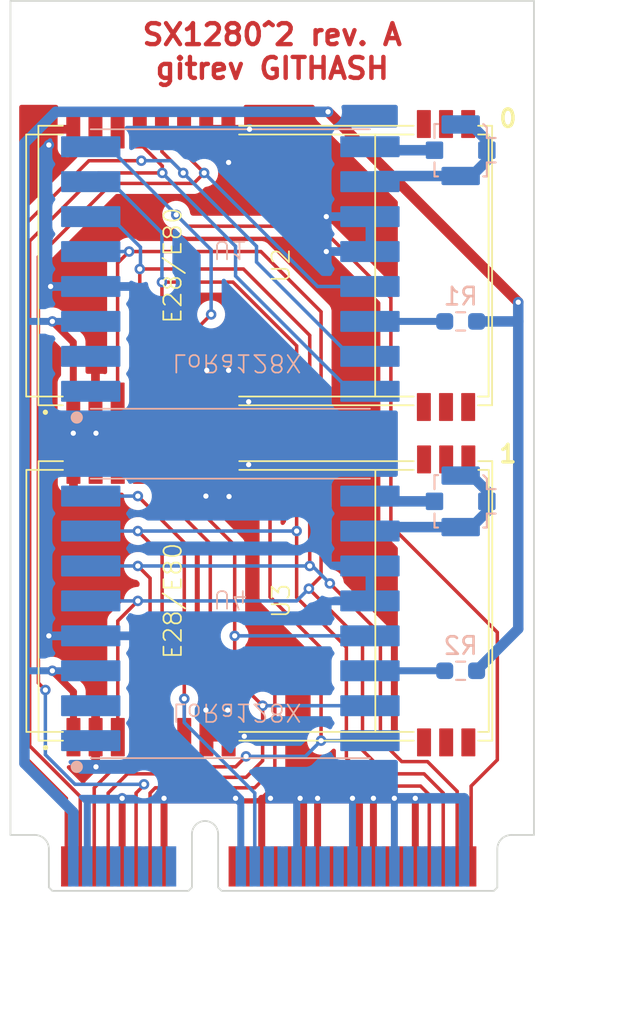
<source format=kicad_pcb>
(kicad_pcb (version 20241229) (generator "pcbnew") (generator_version "9.0")
  (layers (0 "F.Cu" signal) (2 "B.Cu" signal) (13 "F.Paste" user) (15 "B.Paste" user) (5 "F.SilkS" user "F.Silkscreen") (7 "B.SilkS" user "B.Silkscreen") (1 "F.Mask" user) (3 "B.Mask" user) (25 "Edge.Cuts" user))
  (property "GITHASH" "GITHASH")
  (net 0 "")
  (net 1 "MISO")
  (net 2 "RST0")
  (net 3 "NSS0")
  (net 4 "GPIO0")
  (net 5 "+3V3")
  (net 6 "IRQ1")
  (net 7 "GND")
  (net 9 "SCK")
  (net 10 "MOSI")
  (net 12 "RST1")
  (net 13 "IRQ0")
  (net 16 "GPIO1")
  (net 17 "NSS1")
  (net 22 "Net-(J2-Ext)")
  (net 23 "Net-(J2-In)")
  (net 24 "Net-(J3-Ext)")
  (net 25 "Net-(J3-In)")
  (net 27 "Net-(U1-TCXOEN)")
  (net 47 "Net-(U4-TCXOEN)")
  (footprint "RadioHAT:E28_E80" (layer "F.Cu") (at 150.01 107.6 90)
    (property "Reference" "U3" (at 0 0.9 90) (layer "F.SilkS") (effects (font (thickness 0.1))))
    (property "Value" "~")
    (fp_line (start -7.5 -13.7) (end 7.5 -13.7) (stroke (width 0.1)) (layer "F.SilkS"))
    (fp_line (start -8 -13) (end 8 -13) (stroke (width 0.1)) (layer "F.SilkS"))
    (fp_line (start 8 -11.6) (end 8 -13) (stroke (width 0.1)) (layer "F.SilkS"))
    (fp_line (start 7.5 -11.6) (end 7.5 -13.7) (stroke (width 0.1)) (layer "F.SilkS"))
    (fp_line (start -7.5 -11.6) (end -7.5 -13.7) (stroke (width 0.1)) (layer "F.SilkS"))
    (fp_line (start -8 -11.6) (end -8 -13) (stroke (width 0.1)) (layer "F.SilkS"))
    (fp_line (start 8 -1.5) (end 8 8.5) (stroke (width 0.1)) (layer "F.SilkS"))
    (fp_line (start 7.5 -1.5) (end 7.5 8.5) (stroke (width 0.1)) (layer "F.SilkS"))
    (fp_line (start -7.5 -1.5) (end -7.5 8.5) (stroke (width 0.1)) (layer "F.SilkS"))
    (fp_line (start -8 -1.5) (end -8 8.5) (stroke (width 0.1)) (layer "F.SilkS"))
    (fp_line (start -7.5 6.3) (end 7.5 6.3) (stroke (width 0.1)) (layer "F.SilkS"))
    (fp_line (start 8 12.2) (end 8 13) (stroke (width 0.1)) (layer "F.SilkS"))
    (fp_line (start 7.5 12.2) (end 7.5 12.8) (stroke (width 0.1)) (layer "F.SilkS"))
    (fp_line (start -7.5 12.2) (end -7.5 12.8) (stroke (width 0.1)) (layer "F.SilkS"))
    (fp_line (start -8 12.2) (end -8 13) (stroke (width 0.1)) (layer "F.SilkS"))
    (fp_line (start -7.5 12.8) (end 7.5 12.8) (stroke (width 0.1)) (layer "F.SilkS"))
    (fp_line (start -8 13) (end 8 13) (stroke (width 0.1)) (layer "F.SilkS"))
    (fp_circle (center -8.4 -12.6) (end -8.3 -12.6) (stroke (width 0.1)) (fill yes) (layer "F.SilkS"))
    (fp_text user "E28/E80" (at 0 -5.3 90) (layer "F.SilkS") (effects (font (thickness 0.1))))
    (pad "1" smd roundrect (at -7.8 -11 90) (size 2.2 0.8) (layers "F.Cu" "F.Mask" "F.Paste") (roundrect_rratio 0.05) (net 5 "+3V3"))
    (pad "2" smd roundrect (at -7.8 -9.73 90) (size 2.2 0.8) (layers "F.Cu" "F.Mask" "F.Paste") (roundrect_rratio 0.05) (net 7 "GND"))
    (pad "3" smd roundrect (at -7.8 -8.46 90) (size 2.2 0.8) (layers "F.Cu" "F.Mask" "F.Paste") (roundrect_rratio 0.05) (net 1 "MISO"))
    (pad "4" smd roundrect (at -7.8 -7.19 90) (size 2.2 0.8) (layers "F.Cu" "F.Mask" "F.Paste") (roundrect_rratio 0.05) (net 10 "MOSI"))
    (pad "5" smd roundrect (at -7.8 -5.92 90) (size 2.2 0.8) (layers "F.Cu" "F.Mask" "F.Paste") (roundrect_rratio 0.05) (net 9 "SCK"))
    (pad "6" smd roundrect (at -7.8 -4.65 90) (size 2.2 0.8) (layers "F.Cu" "F.Mask" "F.Paste") (roundrect_rratio 0.05) (net 17 "NSS1"))
    (pad "7" smd roundrect (at -7.8 -3.38 90) (size 2.2 0.8) (layers "F.Cu" "F.Mask" "F.Paste") (roundrect_rratio 0.05) (net 7 "GND"))
    (pad "8" smd roundrect (at -7.8 -2.11 90) (size 2.2 0.8) (layers "F.Cu" "F.Mask" "F.Paste") (roundrect_rratio 0.05) (net 7 "GND"))
    (pad "11" smd roundrect (at -8.1 9.09 90) (size 1.6 0.8) (layers "F.Cu" "F.Mask" "F.Paste") (roundrect_rratio 0.05))
    (pad "12" smd roundrect (at -8.1 10.36 90) (size 1.6 0.8) (layers "F.Cu" "F.Mask" "F.Paste") (roundrect_rratio 0.05))
    (pad "13" smd roundrect (at -8.1 11.63 90) (size 1.6 0.8) (layers "F.Cu" "F.Mask" "F.Paste") (roundrect_rratio 0.05))
    (pad "14" smd roundrect (at 8.1 11.63 90) (size 1.6 0.8) (layers "F.Cu" "F.Mask" "F.Paste") (roundrect_rratio 0.05))
    (pad "15" smd roundrect (at 8.1 10.36 90) (size 1.6 0.8) (layers "F.Cu" "F.Mask" "F.Paste") (roundrect_rratio 0.05))
    (pad "16" smd roundrect (at 8.1 9.09 90) (size 1.6 0.8) (layers "F.Cu" "F.Mask" "F.Paste") (roundrect_rratio 0.05))
    (pad "19" smd roundrect (at 7.8 -2.11 90) (size 2.2 0.8) (layers "F.Cu" "F.Mask" "F.Paste") (roundrect_rratio 0.05) (net 7 "GND"))
    (pad "20" smd roundrect (at 7.8 -3.38 90) (size 2.2 0.8) (layers "F.Cu" "F.Mask" "F.Paste") (roundrect_rratio 0.05) (net 7 "GND"))
    (pad "21" smd roundrect (at 7.8 -4.65 90) (size 2.2 0.8) (layers "F.Cu" "F.Mask" "F.Paste") (roundrect_rratio 0.05) (net 12 "RST1"))
    (pad "22" smd roundrect (at 7.8 -5.92 90) (size 2.2 0.8) (layers "F.Cu" "F.Mask" "F.Paste") (roundrect_rratio 0.05) (net 16 "GPIO1"))
    (pad "23" smd roundrect (at 7.8 -7.19 90) (size 2.2 0.8) (layers "F.Cu" "F.Mask" "F.Paste") (roundrect_rratio 0.05) (net 6 "IRQ1"))
    (pad "24" smd roundrect (at 7.8 -8.46 90) (size 2.2 0.8) (layers "F.Cu" "F.Mask" "F.Paste") (roundrect_rratio 0.05))
    (pad "25" smd roundrect (at 7.8 -9.73 90) (size 2.2 0.8) (layers "F.Cu" "F.Mask" "F.Paste") (roundrect_rratio 0.05))
    (pad "26" smd roundrect (at 7.8 -11 90) (size 2.2 0.8) (layers "F.Cu" "F.Mask" "F.Paste") (roundrect_rratio 0.05) (net 7 "GND"))
  )
  (footprint "RadioHAT:E28_E80" (layer "F.Cu") (at 150 88.4 90)
    (property "Reference" "U2" (at 0 0.9 90) (layer "F.SilkS") (effects (font (thickness 0.1))))
    (property "Value" "~")
    (fp_line (start -7.5 -13.7) (end 7.5 -13.7) (stroke (width 0.1)) (layer "F.SilkS"))
    (fp_line (start -8 -13) (end 8 -13) (stroke (width 0.1)) (layer "F.SilkS"))
    (fp_line (start 8 -11.6) (end 8 -13) (stroke (width 0.1)) (layer "F.SilkS"))
    (fp_line (start 7.5 -11.6) (end 7.5 -13.7) (stroke (width 0.1)) (layer "F.SilkS"))
    (fp_line (start -7.5 -11.6) (end -7.5 -13.7) (stroke (width 0.1)) (layer "F.SilkS"))
    (fp_line (start -8 -11.6) (end -8 -13) (stroke (width 0.1)) (layer "F.SilkS"))
    (fp_line (start 8 -1.5) (end 8 8.5) (stroke (width 0.1)) (layer "F.SilkS"))
    (fp_line (start 7.5 -1.5) (end 7.5 8.5) (stroke (width 0.1)) (layer "F.SilkS"))
    (fp_line (start -7.5 -1.5) (end -7.5 8.5) (stroke (width 0.1)) (layer "F.SilkS"))
    (fp_line (start -8 -1.5) (end -8 8.5) (stroke (width 0.1)) (layer "F.SilkS"))
    (fp_line (start -7.5 6.3) (end 7.5 6.3) (stroke (width 0.1)) (layer "F.SilkS"))
    (fp_line (start 8 12.2) (end 8 13) (stroke (width 0.1)) (layer "F.SilkS"))
    (fp_line (start 7.5 12.2) (end 7.5 12.8) (stroke (width 0.1)) (layer "F.SilkS"))
    (fp_line (start -7.5 12.2) (end -7.5 12.8) (stroke (width 0.1)) (layer "F.SilkS"))
    (fp_line (start -8 12.2) (end -8 13) (stroke (width 0.1)) (layer "F.SilkS"))
    (fp_line (start -7.5 12.8) (end 7.5 12.8) (stroke (width 0.1)) (layer "F.SilkS"))
    (fp_line (start -8 13) (end 8 13) (stroke (width 0.1)) (layer "F.SilkS"))
    (fp_circle (center -8.4 -12.6) (end -8.3 -12.6) (stroke (width 0.1)) (fill yes) (layer "F.SilkS"))
    (fp_text user "E28/E80" (at 0 -5.3 90) (layer "F.SilkS") (effects (font (thickness 0.1))))
    (pad "1" smd roundrect (at -7.8 -11 90) (size 2.2 0.8) (layers "F.Cu" "F.Mask" "F.Paste") (roundrect_rratio 0.05) (net 5 "+3V3"))
    (pad "2" smd roundrect (at -7.8 -9.73 90) (size 2.2 0.8) (layers "F.Cu" "F.Mask" "F.Paste") (roundrect_rratio 0.05) (net 7 "GND"))
    (pad "3" smd roundrect (at -7.8 -8.46 90) (size 2.2 0.8) (layers "F.Cu" "F.Mask" "F.Paste") (roundrect_rratio 0.05) (net 1 "MISO"))
    (pad "4" smd roundrect (at -7.8 -7.19 90) (size 2.2 0.8) (layers "F.Cu" "F.Mask" "F.Paste") (roundrect_rratio 0.05) (net 10 "MOSI"))
    (pad "5" smd roundrect (at -7.8 -5.92 90) (size 2.2 0.8) (layers "F.Cu" "F.Mask" "F.Paste") (roundrect_rratio 0.05) (net 9 "SCK"))
    (pad "6" smd roundrect (at -7.8 -4.65 90) (size 2.2 0.8) (layers "F.Cu" "F.Mask" "F.Paste") (roundrect_rratio 0.05) (net 3 "NSS0"))
    (pad "7" smd roundrect (at -7.8 -3.38 90) (size 2.2 0.8) (layers "F.Cu" "F.Mask" "F.Paste") (roundrect_rratio 0.05) (net 7 "GND"))
    (pad "8" smd roundrect (at -7.8 -2.11 90) (size 2.2 0.8) (layers "F.Cu" "F.Mask" "F.Paste") (roundrect_rratio 0.05) (net 7 "GND"))
    (pad "11" smd roundrect (at -8.1 9.09 90) (size 1.6 0.8) (layers "F.Cu" "F.Mask" "F.Paste") (roundrect_rratio 0.05))
    (pad "12" smd roundrect (at -8.1 10.36 90) (size 1.6 0.8) (layers "F.Cu" "F.Mask" "F.Paste") (roundrect_rratio 0.05))
    (pad "13" smd roundrect (at -8.1 11.63 90) (size 1.6 0.8) (layers "F.Cu" "F.Mask" "F.Paste") (roundrect_rratio 0.05))
    (pad "14" smd roundrect (at 8.1 11.63 90) (size 1.6 0.8) (layers "F.Cu" "F.Mask" "F.Paste") (roundrect_rratio 0.05))
    (pad "15" smd roundrect (at 8.1 10.36 90) (size 1.6 0.8) (layers "F.Cu" "F.Mask" "F.Paste") (roundrect_rratio 0.05))
    (pad "16" smd roundrect (at 8.1 9.09 90) (size 1.6 0.8) (layers "F.Cu" "F.Mask" "F.Paste") (roundrect_rratio 0.05))
    (pad "19" smd roundrect (at 7.8 -2.11 90) (size 2.2 0.8) (layers "F.Cu" "F.Mask" "F.Paste") (roundrect_rratio 0.05) (net 7 "GND"))
    (pad "20" smd roundrect (at 7.8 -3.38 90) (size 2.2 0.8) (layers "F.Cu" "F.Mask" "F.Paste") (roundrect_rratio 0.05) (net 7 "GND"))
    (pad "21" smd roundrect (at 7.8 -4.65 90) (size 2.2 0.8) (layers "F.Cu" "F.Mask" "F.Paste") (roundrect_rratio 0.05) (net 2 "RST0"))
    (pad "22" smd roundrect (at 7.8 -5.92 90) (size 2.2 0.8) (layers "F.Cu" "F.Mask" "F.Paste") (roundrect_rratio 0.05) (net 4 "GPIO0"))
    (pad "23" smd roundrect (at 7.8 -7.19 90) (size 2.2 0.8) (layers "F.Cu" "F.Mask" "F.Paste") (roundrect_rratio 0.05) (net 13 "IRQ0"))
    (pad "24" smd roundrect (at 7.8 -8.46 90) (size 2.2 0.8) (layers "F.Cu" "F.Mask" "F.Paste") (roundrect_rratio 0.05))
    (pad "25" smd roundrect (at 7.8 -9.73 90) (size 2.2 0.8) (layers "F.Cu" "F.Mask" "F.Paste") (roundrect_rratio 0.05))
    (pad "26" smd roundrect (at 7.8 -11 90) (size 2.2 0.8) (layers "F.Cu" "F.Mask" "F.Paste") (roundrect_rratio 0.05) (net 7 "GND"))
  )
  (footprint "RadioHAT:Mini_PCIe_Full" (layer "F.Cu") (at 137.6 124.2)
    (property "Reference" "J1" (hide yes))
    (property "Value" "~" (hide yes))
    (fp_line (start -2.2 -50.95) (end -2.2 -3.2) (stroke (width 0.1)) (layer "Edge.Cuts"))
    (fp_line (start -2.2 -3.2) (end -0.8 -3.2) (stroke (width 0.1)) (layer "Edge.Cuts"))
    (fp_line (start 0 -2.4) (end 0 -0.2) (stroke (width 0.1)) (layer "Edge.Cuts"))
    (fp_line (start 0 -0.2) (end 0.2 0) (stroke (width 0.1)) (layer "Edge.Cuts"))
    (fp_line (start 0.2 0) (end 8 0) (stroke (width 0.1)) (layer "Edge.Cuts"))
    (fp_line (start 8 0) (end 8.2 -0.2) (stroke (width 0.1)) (layer "Edge.Cuts"))
    (fp_line (start 8.2 -0.2) (end 8.2 -3.25) (stroke (width 0.1)) (layer "Edge.Cuts"))
    (fp_line (start 9.7 -0.2) (end 9.7 -3.25) (stroke (width 0.1)) (layer "Edge.Cuts"))
    (fp_line (start 9.7 -0.2) (end 9.9 0) (stroke (width 0.1)) (layer "Edge.Cuts"))
    (fp_line (start 9.9 0) (end 25.5 0) (stroke (width 0.1)) (layer "Edge.Cuts"))
    (fp_line (start 25.5 0) (end 25.7 -0.2) (stroke (width 0.1)) (layer "Edge.Cuts"))
    (fp_line (start 25.7 -0.2) (end 25.7 -2.4) (stroke (width 0.1)) (layer "Edge.Cuts"))
    (fp_line (start 26.5 -3.2) (end 27.8 -3.2) (stroke (width 0.1)) (layer "Edge.Cuts"))
    (fp_line (start 27.8 -50.95) (end -2.2 -50.95) (stroke (width 0.1)) (layer "Edge.Cuts"))
    (fp_line (start 27.8 -50.95) (end 27.8 -3.2) (stroke (width 0.1)) (layer "Edge.Cuts"))
    (fp_arc (start -0.8 -3.2) (mid -0.234315 -2.965685) (end 0 -2.4) (stroke (width 0.1)) (layer "Edge.Cuts"))
    (fp_arc (start 8.2 -3.25) (mid 8.95 -4) (end 9.7 -3.25) (stroke (width 0.1)) (layer "Edge.Cuts"))
    (fp_arc (start 25.7 -2.4) (mid 25.934315 -2.965685) (end 26.5 -3.2) (stroke (width 0.1)) (layer "Edge.Cuts"))
    (pad "" np_thru_hole circle (at 0.7 -48.05) (size 2.6 2.6) (drill 2.6) (layers "*.Cu" "*.Mask"))
    (pad "" np_thru_hole circle (at 24.9 -48.05) (size 2.6 2.6) (drill 2.6) (layers "*.Cu" "*.Mask"))
    (pad "1" smd rect (at 1 -1.4 90) (size 2.3 0.6) (layers "F.Cu" "F.Mask" "F.Paste") (net 4 "GPIO0"))
    (pad "2" smd rect (at 1.4 -1.4 90) (size 2.3 0.6) (layers "B.Cu" "B.Mask" "B.Paste") (net 5 "+3V3"))
    (pad "3" smd rect (at 1.8 -1.4 90) (size 2.3 0.6) (layers "F.Cu" "F.Mask" "F.Paste") (net 13 "IRQ0"))
    (pad "4" smd rect (at 2.2 -1.4 90) (size 2.3 0.6) (layers "B.Cu" "B.Mask" "B.Paste") (net 7 "GND"))
    (pad "5" smd rect (at 2.6 -1.4 90) (size 2.3 0.6) (layers "F.Cu" "F.Mask" "F.Paste") (net 6 "IRQ1"))
    (pad "6" smd rect (at 3 -1.4 90) (size 2.3 0.6) (layers "B.Cu" "B.Mask" "B.Paste"))
    (pad "7" smd rect (at 3.4 -1.4 90) (size 2.3 0.6) (layers "F.Cu" "F.Mask" "F.Paste") (net 16 "GPIO1"))
    (pad "8" smd rect (at 3.8 -1.4 90) (size 2.3 0.6) (layers "B.Cu" "B.Mask" "B.Paste"))
    (pad "9" smd rect (at 4.2 -1.4 90) (size 2.3 0.6) (layers "F.Cu" "F.Mask" "F.Paste") (net 7 "GND"))
    (pad "10" smd rect (at 4.6 -1.4 90) (size 2.3 0.6) (layers "B.Cu" "B.Mask" "B.Paste"))
    (pad "11" smd rect (at 5 -1.4 90) (size 2.3 0.6) (layers "F.Cu" "F.Mask" "F.Paste") (net 2 "RST0"))
    (pad "12" smd rect (at 5.4 -1.4 90) (size 2.3 0.6) (layers "B.Cu" "B.Mask" "B.Paste"))
    (pad "13" smd rect (at 5.8 -1.4 90) (size 2.3 0.6) (layers "F.Cu" "F.Mask" "F.Paste") (net 12 "RST1"))
    (pad "14" smd rect (at 6.2 -1.4 90) (size 2.3 0.6) (layers "B.Cu" "B.Mask" "B.Paste"))
    (pad "15" smd rect (at 6.6 -1.4 90) (size 2.3 0.6) (layers "F.Cu" "F.Mask" "F.Paste") (net 7 "GND"))
    (pad "16" smd rect (at 7 -1.4 90) (size 2.3 0.6) (layers "B.Cu" "B.Mask" "B.Paste"))
    (pad "17" smd rect (at 10.6 -1.4 90) (size 2.3 0.6) (layers "F.Cu" "F.Mask" "F.Paste"))
    (pad "18" smd rect (at 11 -1.4 90) (size 2.3 0.6) (layers "B.Cu" "B.Mask" "B.Paste") (net 7 "GND"))
    (pad "19" smd rect (at 11.4 -1.4 90) (size 2.3 0.6) (layers "F.Cu" "F.Mask" "F.Paste"))
    (pad "20" smd rect (at 11.8 -1.4 90) (size 2.3 0.6) (layers "B.Cu" "B.Mask" "B.Paste") (net 17 "NSS1"))
    (pad "21" smd rect (at 12.2 -1.4 90) (size 2.3 0.6) (layers "F.Cu" "F.Mask" "F.Paste") (net 7 "GND"))
    (pad "22" smd rect (at 12.6 -1.4 90) (size 2.3 0.6) (layers "B.Cu" "B.Mask" "B.Paste"))
    (pad "23" smd rect (at 13 -1.4 90) (size 2.3 0.6) (layers "F.Cu" "F.Mask" "F.Paste"))
    (pad "24" smd rect (at 13.4 -1.4 90) (size 2.3 0.6) (layers "B.Cu" "B.Mask" "B.Paste"))
    (pad "25" smd rect (at 13.8 -1.4 90) (size 2.3 0.6) (layers "F.Cu" "F.Mask" "F.Paste"))
    (pad "26" smd rect (at 14.2 -1.4 90) (size 2.3 0.6) (layers "B.Cu" "B.Mask" "B.Paste") (net 7 "GND"))
    (pad "27" smd rect (at 14.6 -1.4 90) (size 2.3 0.6) (layers "F.Cu" "F.Mask" "F.Paste") (net 7 "GND"))
    (pad "28" smd rect (at 15 -1.4 90) (size 2.3 0.6) (layers "B.Cu" "B.Mask" "B.Paste"))
    (pad "29" smd rect (at 15.4 -1.4 90) (size 2.3 0.6) (layers "F.Cu" "F.Mask" "F.Paste") (net 7 "GND"))
    (pad "30" smd rect (at 15.8 -1.4 90) (size 2.3 0.6) (layers "B.Cu" "B.Mask" "B.Paste"))
    (pad "31" smd rect (at 16.2 -1.4 90) (size 2.3 0.6) (layers "F.Cu" "F.Mask" "F.Paste"))
    (pad "32" smd rect (at 16.6 -1.4 90) (size 2.3 0.6) (layers "B.Cu" "B.Mask" "B.Paste"))
    (pad "33" smd rect (at 17 -1.4 90) (size 2.3 0.6) (layers "F.Cu" "F.Mask" "F.Paste"))
    (pad "34" smd rect (at 17.4 -1.4 90) (size 2.3 0.6) (layers "B.Cu" "B.Mask" "B.Paste") (net 7 "GND"))
    (pad "35" smd rect (at 17.8 -1.4 90) (size 2.3 0.6) (layers "F.Cu" "F.Mask" "F.Paste") (net 7 "GND"))
    (pad "36" smd rect (at 18.2 -1.4 90) (size 2.3 0.6) (layers "B.Cu" "B.Mask" "B.Paste"))
    (pad "37" smd rect (at 18.6 -1.4 90) (size 2.3 0.6) (layers "F.Cu" "F.Mask" "F.Paste") (net 7 "GND"))
    (pad "38" smd rect (at 19 -1.4 90) (size 2.3 0.6) (layers "B.Cu" "B.Mask" "B.Paste"))
    (pad "39" smd rect (at 19.4 -1.4 90) (size 2.3 0.6) (layers "F.Cu" "F.Mask" "F.Paste"))
    (pad "40" smd rect (at 19.8 -1.4 90) (size 2.3 0.6) (layers "B.Cu" "B.Mask" "B.Paste") (net 7 "GND"))
    (pad "41" smd rect (at 20.2 -1.4 90) (size 2.3 0.6) (layers "F.Cu" "F.Mask" "F.Paste"))
    (pad "42" smd rect (at 20.6 -1.4 90) (size 2.3 0.6) (layers "B.Cu" "B.Mask" "B.Paste"))
    (pad "43" smd rect (at 21 -1.4 90) (size 2.3 0.6) (layers "F.Cu" "F.Mask" "F.Paste") (net 7 "GND"))
    (pad "44" smd rect (at 21.4 -1.4 90) (size 2.3 0.6) (layers "B.Cu" "B.Mask" "B.Paste"))
    (pad "45" smd rect (at 21.8 -1.4 90) (size 2.3 0.6) (layers "F.Cu" "F.Mask" "F.Paste") (net 9 "SCK"))
    (pad "46" smd rect (at 22.2 -1.4 90) (size 2.3 0.6) (layers "B.Cu" "B.Mask" "B.Paste"))
    (pad "47" smd rect (at 22.6 -1.4 90) (size 2.3 0.6) (layers "F.Cu" "F.Mask" "F.Paste") (net 1 "MISO"))
    (pad "48" smd rect (at 23 -1.4 90) (size 2.3 0.6) (layers "B.Cu" "B.Mask" "B.Paste"))
    (pad "49" smd rect (at 23.4 -1.4 90) (size 2.3 0.6) (layers "F.Cu" "F.Mask" "F.Paste") (net 10 "MOSI"))
    (pad "50" smd rect (at 23.8 -1.4 90) (size 2.3 0.6) (layers "B.Cu" "B.Mask" "B.Paste") (net 7 "GND"))
    (pad "51" smd rect (at 24.2 -1.4 90) (size 2.3 0.6) (layers "F.Cu" "F.Mask" "F.Paste") (net 3 "NSS0"))
  )
  (footprint "RadioHAT:LoRa128X" (layer "B.Cu") (at 148 88.6)
    (property "Reference" "U1" (at 0 -1.1 180) (layer "B.SilkS") (effects (font (thickness 0.1)) (justify mirror)))
    (property "Value" "~")
    (fp_line (start -8 -8) (end 8 -8) (stroke (width 0.1)) (layer "B.SilkS"))
    (fp_line (start -8 8) (end 8 8) (stroke (width 0.1)) (layer "B.SilkS"))
    (fp_circle (center -8.8 8.5) (end -8.5 8.5) (stroke (width 0.1)) (fill yes) (layer "B.SilkS"))
    (fp_text user "LoRa128X" (at -3.4 4.8 180) (layer "B.SilkS") (effects (font (thickness 0.1)) (justify left bottom mirror)))
    (pad "1" smd roundrect (at -8 7) (size 3.4 1.2) (layers "B.Cu" "B.Mask" "B.Paste") (roundrect_rratio 0.05))
    (pad "2" smd roundrect (at -8 5) (size 3.4 1.2) (layers "B.Cu" "B.Mask" "B.Paste") (roundrect_rratio 0.05))
    (pad "3" smd roundrect (at -8 3) (size 3.4 1.2) (layers "B.Cu" "B.Mask" "B.Paste") (roundrect_rratio 0.05) (net 5 "+3V3"))
    (pad "4" smd roundrect (at -8 1) (size 3.4 1.2) (layers "B.Cu" "B.Mask" "B.Paste") (roundrect_rratio 0.05) (net 7 "GND"))
    (pad "5" smd roundrect (at -8 -1) (size 3.4 1.2) (layers "B.Cu" "B.Mask" "B.Paste") (roundrect_rratio 0.05) (net 1 "MISO"))
    (pad "6" smd roundrect (at -8 -3) (size 3.4 1.2) (layers "B.Cu" "B.Mask" "B.Paste") (roundrect_rratio 0.05) (net 10 "MOSI"))
    (pad "7" smd roundrect (at -8 -5) (size 3.4 1.2) (layers "B.Cu" "B.Mask" "B.Paste") (roundrect_rratio 0.05) (net 9 "SCK"))
    (pad "8" smd roundrect (at -8 -7) (size 3.4 1.2) (layers "B.Cu" "B.Mask" "B.Paste") (roundrect_rratio 0.05) (net 3 "NSS0"))
    (pad "9" smd roundrect (at 8 -7) (size 3.4 1.2) (layers "B.Cu" "B.Mask" "B.Paste") (roundrect_rratio 0.05) (net 23 "Net-(J2-In)"))
    (pad "10" smd roundrect (at 8 -5) (size 3.4 1.2) (layers "B.Cu" "B.Mask" "B.Paste") (roundrect_rratio 0.05) (net 22 "Net-(J2-Ext)"))
    (pad "11" smd roundrect (at 8 -3) (size 3.4 1.2) (layers "B.Cu" "B.Mask" "B.Paste") (roundrect_rratio 0.05) (net 7 "GND"))
    (pad "12" smd roundrect (at 8 -1) (size 3.4 1.2) (layers "B.Cu" "B.Mask" "B.Paste") (roundrect_rratio 0.05) (net 7 "GND"))
    (pad "13" smd roundrect (at 8 1) (size 3.4 1.2) (layers "B.Cu" "B.Mask" "B.Paste") (roundrect_rratio 0.05) (net 2 "RST0"))
    (pad "14" smd roundrect (at 8 3) (size 3.4 1.2) (layers "B.Cu" "B.Mask" "B.Paste") (roundrect_rratio 0.05) (net 27 "Net-(U1-TCXOEN)"))
    (pad "15" smd roundrect (at 8 5) (size 3.4 1.2) (layers "B.Cu" "B.Mask" "B.Paste") (roundrect_rratio 0.05) (net 4 "GPIO0"))
    (pad "16" smd roundrect (at 8 7) (size 3.4 1.2) (layers "B.Cu" "B.Mask" "B.Paste") (roundrect_rratio 0.05) (net 13 "IRQ0"))
  )
  (footprint "Resistor_SMD:R_0603_1608Metric_Pad0.98x0.95mm_HandSolder" (layer "B.Cu") (at 161.2 111.6 180)
    (property "Reference" "R2" (at 0 1.43 0) (layer "B.SilkS") (effects (justify mirror)))
    (property "Value" "1k")
    (fp_line (start -0.254724 0.5225) (end 0.254724 0.5225) (stroke (width 0.12)) (layer "B.SilkS"))
    (fp_line (start -0.254724 -0.5225) (end 0.254724 -0.5225) (stroke (width 0.12)) (layer "B.SilkS"))
    (pad "1" smd roundrect (at -0.9125 0 180) (size 0.975 0.95) (layers "B.Cu" "B.Mask" "B.Paste") (net 5 "+3V3"))
    (pad "2" smd roundrect (at 0.9125 0 180) (size 0.975 0.95) (layers "B.Cu" "B.Mask" "B.Paste") (net 47 "Net-(U4-TCXOEN)"))
  )
  (footprint "Connector_Coaxial:U.FL_Molex_MCRF_73412-0110_Vertical" (layer "B.Cu") (at 161.2 101.9 90)
    (property "Reference" "J3" (hide yes))
    (property "Value" "Conn_Coaxial")
    (fp_line (start 1.5 -1.5) (end 0.7 -1.5) (stroke (width 0.12)) (layer "B.SilkS"))
    (fp_line (start -0.7 -1.5) (end -1.5 -1.5) (stroke (width 0.12)) (layer "B.SilkS"))
    (fp_line (start -1.5 -1.5) (end -1.5 -1.3) (stroke (width 0.12)) (layer "B.SilkS"))
    (fp_line (start 1.5 -1.3) (end 1.5 -1.5) (stroke (width 0.12)) (layer "B.SilkS"))
    (fp_line (start -1.5 1.3) (end -1.5 1.5) (stroke (width 0.12)) (layer "B.SilkS"))
    (fp_line (start 1.3 1.5) (end 1.5 1.3) (stroke (width 0.12)) (layer "B.SilkS"))
    (fp_line (start 0.7 1.5) (end 1.3 1.5) (stroke (width 0.12)) (layer "B.SilkS"))
    (fp_line (start 0.7 1.5) (end 0.7 2) (stroke (width 0.12)) (layer "B.SilkS"))
    (fp_line (start -0.7 1.5) (end -0.7 2) (stroke (width 0.12)) (layer "B.SilkS"))
    (fp_line (start -1.5 1.5) (end -0.7 1.5) (stroke (width 0.12)) (layer "B.SilkS"))
    (pad "1" smd roundrect (at 0 -1.5 270) (size 1 1) (layers "B.Cu" "B.Mask" "B.Paste") (roundrect_rratio 0.1) (net 25 "Net-(J3-In)"))
    (pad "2" smd roundrect (at -1.475 0 270) (size 1.05 2.2) (layers "B.Cu" "B.Mask" "B.Paste") (roundrect_rratio 0.1) (net 24 "Net-(J3-Ext)"))
    (pad "2" smd roundrect (at 0 1.5 270) (size 1 1) (layers "B.Cu" "B.Mask" "B.Paste") (roundrect_rratio 0.1) (net 24 "Net-(J3-Ext)"))
    (pad "2" smd roundrect (at 1.475 0 270) (size 1.05 2.2) (layers "B.Cu" "B.Mask" "B.Paste") (roundrect_rratio 0.1) (net 24 "Net-(J3-Ext)"))
  )
  (footprint "Resistor_SMD:R_0603_1608Metric_Pad0.98x0.95mm_HandSolder" (layer "B.Cu") (at 161.2 91.6 180)
    (property "Reference" "R1" (at 0 1.43 0) (layer "B.SilkS") (effects (justify mirror)))
    (property "Value" "1k")
    (fp_line (start -0.254724 0.5225) (end 0.254724 0.5225) (stroke (width 0.12)) (layer "B.SilkS"))
    (fp_line (start -0.254724 -0.5225) (end 0.254724 -0.5225) (stroke (width 0.12)) (layer "B.SilkS"))
    (pad "1" smd roundrect (at -0.9125 0 180) (size 0.975 0.95) (layers "B.Cu" "B.Mask" "B.Paste") (net 5 "+3V3"))
    (pad "2" smd roundrect (at 0.9125 0 180) (size 0.975 0.95) (layers "B.Cu" "B.Mask" "B.Paste") (net 27 "Net-(U1-TCXOEN)"))
  )
  (footprint "RadioHAT:LoRa128X" (layer "B.Cu") (at 148 108.6)
    (property "Reference" "U4" (at 0 -1.1 180) (layer "B.SilkS") (effects (font (thickness 0.1)) (justify mirror)))
    (property "Value" "~")
    (fp_line (start -8 -8) (end 8 -8) (stroke (width 0.1)) (layer "B.SilkS"))
    (fp_line (start -8 8) (end 8 8) (stroke (width 0.1)) (layer "B.SilkS"))
    (fp_circle (center -8.8 8.5) (end -8.5 8.5) (stroke (width 0.1)) (fill yes) (layer "B.SilkS"))
    (fp_text user "LoRa128X" (at -3.4 4.8 180) (layer "B.SilkS") (effects (font (thickness 0.1)) (justify left bottom mirror)))
    (pad "1" smd roundrect (at -8 7) (size 3.4 1.2) (layers "B.Cu" "B.Mask" "B.Paste") (roundrect_rratio 0.05))
    (pad "2" smd roundrect (at -8 5) (size 3.4 1.2) (layers "B.Cu" "B.Mask" "B.Paste") (roundrect_rratio 0.05))
    (pad "3" smd roundrect (at -8 3) (size 3.4 1.2) (layers "B.Cu" "B.Mask" "B.Paste") (roundrect_rratio 0.05) (net 5 "+3V3"))
    (pad "4" smd roundrect (at -8 1) (size 3.4 1.2) (layers "B.Cu" "B.Mask" "B.Paste") (roundrect_rratio 0.05) (net 7 "GND"))
    (pad "5" smd roundrect (at -8 -1) (size 3.4 1.2) (layers "B.Cu" "B.Mask" "B.Paste") (roundrect_rratio 0.05) (net 1 "MISO"))
    (pad "6" smd roundrect (at -8 -3) (size 3.4 1.2) (layers "B.Cu" "B.Mask" "B.Paste") (roundrect_rratio 0.05) (net 10 "MOSI"))
    (pad "7" smd roundrect (at -8 -5) (size 3.4 1.2) (layers "B.Cu" "B.Mask" "B.Paste") (roundrect_rratio 0.05) (net 9 "SCK"))
    (pad "8" smd roundrect (at -8 -7) (size 3.4 1.2) (layers "B.Cu" "B.Mask" "B.Paste") (roundrect_rratio 0.05) (net 17 "NSS1"))
    (pad "9" smd roundrect (at 8 -7) (size 3.4 1.2) (layers "B.Cu" "B.Mask" "B.Paste") (roundrect_rratio 0.05) (net 25 "Net-(J3-In)"))
    (pad "10" smd roundrect (at 8 -5) (size 3.4 1.2) (layers "B.Cu" "B.Mask" "B.Paste") (roundrect_rratio 0.05) (net 24 "Net-(J3-Ext)"))
    (pad "11" smd roundrect (at 8 -3) (size 3.4 1.2) (layers "B.Cu" "B.Mask" "B.Paste") (roundrect_rratio 0.05) (net 7 "GND"))
    (pad "12" smd roundrect (at 8 -1) (size 3.4 1.2) (layers "B.Cu" "B.Mask" "B.Paste") (roundrect_rratio 0.05) (net 7 "GND"))
    (pad "13" smd roundrect (at 8 1) (size 3.4 1.2) (layers "B.Cu" "B.Mask" "B.Paste") (roundrect_rratio 0.05) (net 12 "RST1"))
    (pad "14" smd roundrect (at 8 3) (size 3.4 1.2) (layers "B.Cu" "B.Mask" "B.Paste") (roundrect_rratio 0.05) (net 47 "Net-(U4-TCXOEN)"))
    (pad "15" smd roundrect (at 8 5) (size 3.4 1.2) (layers "B.Cu" "B.Mask" "B.Paste") (roundrect_rratio 0.05) (net 16 "GPIO1"))
    (pad "16" smd roundrect (at 8 7) (size 3.4 1.2) (layers "B.Cu" "B.Mask" "B.Paste") (roundrect_rratio 0.05) (net 6 "IRQ1"))
  )
  (footprint "Connector_Coaxial:U.FL_Molex_MCRF_73412-0110_Vertical" (layer "B.Cu") (at 161.2 81.8 90)
    (property "Reference" "J2" (hide yes))
    (property "Value" "Conn_Coaxial")
    (fp_line (start 1.5 -1.5) (end 0.7 -1.5) (stroke (width 0.12)) (layer "B.SilkS"))
    (fp_line (start -0.7 -1.5) (end -1.5 -1.5) (stroke (width 0.12)) (layer "B.SilkS"))
    (fp_line (start -1.5 -1.5) (end -1.5 -1.3) (stroke (width 0.12)) (layer "B.SilkS"))
    (fp_line (start 1.5 -1.3) (end 1.5 -1.5) (stroke (width 0.12)) (layer "B.SilkS"))
    (fp_line (start -1.5 1.3) (end -1.5 1.5) (stroke (width 0.12)) (layer "B.SilkS"))
    (fp_line (start 1.3 1.5) (end 1.5 1.3) (stroke (width 0.12)) (layer "B.SilkS"))
    (fp_line (start 0.7 1.5) (end 1.3 1.5) (stroke (width 0.12)) (layer "B.SilkS"))
    (fp_line (start 0.7 1.5) (end 0.7 2) (stroke (width 0.12)) (layer "B.SilkS"))
    (fp_line (start -0.7 1.5) (end -0.7 2) (stroke (width 0.12)) (layer "B.SilkS"))
    (fp_line (start -1.5 1.5) (end -0.7 1.5) (stroke (width 0.12)) (layer "B.SilkS"))
    (pad "1" smd roundrect (at 0 -1.5 270) (size 1 1) (layers "B.Cu" "B.Mask" "B.Paste") (roundrect_rratio 0.1) (net 23 "Net-(J2-In)"))
    (pad "2" smd roundrect (at -1.475 0 270) (size 1.05 2.2) (layers "B.Cu" "B.Mask" "B.Paste") (roundrect_rratio 0.1) (net 22 "Net-(J2-Ext)"))
    (pad "2" smd roundrect (at 0 1.5 270) (size 1 1) (layers "B.Cu" "B.Mask" "B.Paste") (roundrect_rratio 0.1) (net 22 "Net-(J2-Ext)"))
    (pad "2" smd roundrect (at 1.475 0 270) (size 1.05 2.2) (layers "B.Cu" "B.Mask" "B.Paste") (roundrect_rratio 0.1) (net 22 "Net-(J2-Ext)"))
  )
  (gr_text "SX1280^2 rev. A\ngitrev ${GITHASH}" (at 150.4 76.15 0) (layer "F.Cu") (effects (font (size 1.2 1.2) (thickness 0.25) (bold yes))))
  (gr_text "1" (at 163.3 98.6 0) (layer "F.SilkS") (effects (font (size 1 1) (thickness 0.2) (bold yes)) (justify left top)))
  (gr_text "0" (at 163.3 79.4 0) (layer "F.SilkS") (effects (font (size 1 1) (thickness 0.2) (bold yes)) (justify left top)))
  (segment (start 149.75 87.6) (end 142.2 87.6) (width 0.2) (layer "F.Cu") (net 1))
  (segment (start 159.1 117.5) (end 160.2 118.6) (width 0.2) (layer "F.Cu") (net 1))
  (segment (start 141.54 88.26) (end 141.54 96.2) (width 0.2) (layer "F.Cu") (net 1))
  (segment (start 141.55 115.4) (end 141.55 108.75) (width 0.2) (layer "F.Cu") (net 1))
  (segment (start 160.2 118.6) (end 160.2 122.8) (width 0.2) (layer "F.Cu") (net 1))
  (segment (start 152.5 106.9) (end 153.2 106.2) (width 0.2) (layer "F.Cu") (net 1))
  (segment (start 153.2 91.05) (end 149.75 87.6) (width 0.2) (layer "F.Cu") (net 1))
  (segment (start 153.2 106.2) (end 153.2 91.05) (width 0.2) (layer "F.Cu") (net 1))
  (segment (start 152.5 106.9) (end 155.575 109.975) (width 0.2) (layer "F.Cu") (net 1))
  (segment (start 155.575 109.975) (end 155.575 116.15) (width 0.2) (layer "F.Cu") (net 1))
  (segment (start 155.575 116.15) (end 156.925 117.5) (width 0.2) (layer "F.Cu") (net 1))
  (segment (start 142.2 87.6) (end 141.54 88.26) (width 0.2) (layer "F.Cu") (net 1))
  (segment (start 141.55 108.75) (end 142.7 107.6) (width 0.2) (layer "F.Cu") (net 1))
  (segment (start 156.925 117.5) (end 159.1 117.5) (width 0.2) (layer "F.Cu") (net 1))
  (via (at 152.5 106.9) (size 0.6) (drill 0.3) (layers "F.Cu" "B.Cu") (net 1))
  (via (at 142.7 107.6) (size 0.6) (drill 0.3) (layers "F.Cu" "B.Cu") (net 1))
  (via (at 142.2 87.6) (size 0.6) (drill 0.3) (layers "F.Cu" "B.Cu") (net 1))
  (segment (start 140 87.6) (end 142.2 87.6) (width 0.2) (layer "B.Cu") (net 1))
  (segment (start 152.5 106.9) (end 151.8 107.6) (width 0.2) (layer "B.Cu") (net 1))
  (segment (start 151.8 107.6) (end 142.7 107.6) (width 0.2) (layer "B.Cu") (net 1))
  (segment (start 140 107.6) (end 142.7 107.6) (width 0.2) (layer "B.Cu") (net 1))
  (segment (start 137 112.3) (end 137 87.9) (width 0.2) (layer "F.Cu") (net 2))
  (segment (start 143.052473 118.147527) (end 142.6 118.6) (width 0.2) (layer "F.Cu") (net 2))
  (segment (start 145.35 81.95) (end 145.35 80.6) (width 0.2) (layer "F.Cu") (net 2))
  (segment (start 142.6 118.6) (end 142.6 122.8) (width 0.2) (layer "F.Cu") (net 2))
  (segment (start 143.052473 118.099) (end 143.052473 118.147527) (width 0.2) (layer "F.Cu") (net 2))
  (segment (start 137 87.9) (end 141.2 83.7) (width 0.2) (layer "F.Cu") (net 2))
  (segment (start 145.9 83.7) (end 146.5 83.1) (width 0.2) (layer "F.Cu") (net 2))
  (segment (start 137.4 112.7) (end 137 112.3) (width 0.2) (layer "F.Cu") (net 2))
  (segment (start 146.5 83.1) (end 145.35 81.95) (width 0.2) (layer "F.Cu") (net 2))
  (segment (start 141.2 83.7) (end 145.9 83.7) (width 0.2) (layer "F.Cu") (net 2))
  (via (at 146.5 83.1) (size 0.6) (drill 0.3) (layers "F.Cu" "B.Cu") (net 2))
  (via (at 137.4 112.7) (size 0.6) (drill 0.3) (layers "F.Cu" "B.Cu") (net 2))
  (via (at 143.052473 118.099) (size 0.6) (drill 0.3) (layers "F.Cu" "B.Cu") (net 2))
  (segment (start 146.5 83.1) (end 153 89.6) (width 0.2) (layer "B.Cu") (net 2))
  (segment (start 143.052473 118.099) (end 143.051473 118.1) (width 0.2) (layer "B.Cu") (net 2))
  (segment (start 143.051473 118.1) (end 139.1 118.1) (width 0.2) (layer "B.Cu") (net 2))
  (segment (start 139.1 118.1) (end 137.4 116.4) (width 0.2) (layer "B.Cu") (net 2))
  (segment (start 137.4 116.4) (end 137.4 112.7) (width 0.2) (layer "B.Cu") (net 2))
  (segment (start 153 89.6) (end 156 89.6) (width 0.2) (layer "B.Cu") (net 2))
  (segment (start 163.3 116.7) (end 161.8 118.2) (width 0.2) (layer "F.Cu") (net 3))
  (segment (start 153.1 86.15) (end 157.2 90.25) (width 0.2) (layer "F.Cu") (net 3))
  (segment (start 145.35 96.2) (end 145.35 92.75) (width 0.2) (layer "F.Cu") (net 3))
  (segment (start 157.2 90.25) (end 157.2 103.3) (width 0.2) (layer "F.Cu") (net 3))
  (segment (start 145.35 92.75) (end 146.9 91.2) (width 0.2) (layer "F.Cu") (net 3))
  (segment (start 161.8 118.2) (end 161.8 122.8) (width 0.2) (layer "F.Cu") (net 3))
  (segment (start 163.3 109.4) (end 163.3 116.7) (width 0.2) (layer "F.Cu") (net 3))
  (segment (start 145.55 86.15) (end 153.1 86.15) (width 0.2) (layer "F.Cu") (net 3))
  (segment (start 144.9 85.5) (end 145.55 86.15) (width 0.2) (layer "F.Cu") (net 3))
  (segment (start 157.2 103.3) (end 163.3 109.4) (width 0.2) (layer "F.Cu") (net 3))
  (via (at 146.9 91.2) (size 0.6) (drill 0.3) (layers "F.Cu" "B.Cu") (net 3))
  (via (at 144.9 85.5) (size 0.6) (drill 0.3) (layers "F.Cu" "B.Cu") (net 3))
  (segment (start 144.9 85.5) (end 141 81.6) (width 0.2) (layer "B.Cu") (net 3))
  (segment (start 146.9 87.5) (end 146.9 91.2) (width 0.2) (layer "B.Cu") (net 3))
  (segment (start 144.9 85.5) (end 146.9 87.5) (width 0.2) (layer "B.Cu") (net 3))
  (segment (start 141 81.6) (end 140 81.6) (width 0.2) (layer "B.Cu") (net 3))
  (segment (start 139.9 82.4) (end 142.9 82.4) (width 0.2) (layer "F.Cu") (net 4))
  (segment (start 138.6 122.8) (end 138.6 118.9) (width 0.2) (layer "F.Cu") (net 4))
  (segment (start 136.001 86.299) (end 139.9 82.4) (width 0.2) (layer "F.Cu") (net 4))
  (segment (start 145.3 83.1) (end 144.08 81.88) (width 0.2) (layer "F.Cu") (net 4))
  (segment (start 136.001 116.301) (end 136.001 86.299) (width 0.2) (layer "F.Cu") (net 4))
  (segment (start 138.6 118.9) (end 136.001 116.301) (width 0.2) (layer "F.Cu") (net 4))
  (segment (start 144.08 81.88) (end 144.08 80.6) (width 0.2) (layer "F.Cu") (net 4))
  (via (at 142.9 82.4) (size 0.6) (drill 0.3) (layers "F.Cu" "B.Cu") (net 4))
  (via (at 145.3 83.1) (size 0.6) (drill 0.3) (layers "F.Cu" "B.Cu") (net 4))
  (segment (start 144.6 82.4) (end 145.3 83.1) (width 0.2) (layer "B.Cu") (net 4))
  (segment (start 142.9 82.4) (end 144.6 82.4) (width 0.2) (layer "B.Cu") (net 4))
  (segment (start 149.5 88.2) (end 154.9 93.6) (width 0.2) (layer "B.Cu") (net 4))
  (segment (start 154.9 93.6) (end 156 93.6) (width 0.2) (layer "B.Cu") (net 4))
  (segment (start 149.5 87.3) (end 149.5 88.2) (width 0.2) (layer "B.Cu") (net 4))
  (segment (start 145.3 83.1) (end 149.5 87.3) (width 0.2) (layer "B.Cu") (net 4))
  (segment (start 139 96.2) (end 139 92.8) (width 0.4) (layer "F.Cu") (net 5))
  (segment (start 153.6 79.6) (end 164.5 90.5) (width 0.6) (layer "F.Cu") (net 5))
  (segment (start 139.01 115.4) (end 139.01 112.81) (width 0.4) (layer "F.Cu") (net 5))
  (segment (start 139 92.8) (end 137.8 91.6) (width 0.4) (layer "F.Cu") (net 5))
  (segment (start 139.01 112.81) (end 137.8 111.6) (width 0.4) (layer "F.Cu") (net 5))
  (via (at 164.5 90.5) (size 0.6) (drill 0.3) (layers "F.Cu" "B.Cu") (net 5))
  (via (at 137.8 91.6) (size 0.6) (drill 0.3) (layers "F.Cu" "B.Cu") (net 5))
  (via (at 137.8 111.6) (size 0.6) (drill 0.3) (layers "F.Cu" "B.Cu") (net 5))
  (via (at 153.6 79.6) (size 0.6) (drill 0.3) (layers "F.Cu" "B.Cu") (net 5))
  (segment (start 164.5 91.6) (end 164.5 109.2) (width 0.6) (layer "B.Cu") (net 5))
  (segment (start 153.6 79.6) (end 138 79.6) (width 0.6) (layer "B.Cu") (net 5))
  (segment (start 137.8 91.6) (end 136.2 91.6) (width 0.4) (layer "B.Cu") (net 5))
  (segment (start 136.2 111.6) (end 136.2 116.9) (width 0.6) (layer "B.Cu") (net 5))
  (segment (start 136.2 116.9) (end 139 119.7) (width 0.6) (layer "B.Cu") (net 5))
  (segment (start 139 119.7) (end 139 122.8) (width 0.6) (layer "B.Cu") (net 5))
  (segment (start 164.5 90.5) (end 164.5 91.6) (width 0.6) (layer "B.Cu") (net 5))
  (segment (start 164.5 109.2) (end 162.1125 111.5875) (width 0.6) (layer "B.Cu") (net 5))
  (segment (start 140 111.6) (end 137.8 111.6) (width 0.4) (layer "B.Cu") (net 5))
  (segment (start 162.1125 91.6) (end 164.5 91.6) (width 0.6) (layer "B.Cu") (net 5))
  (segment (start 136.2 81.4) (end 136.2 91.6) (width 0.6) (layer "B.Cu") (net 5))
  (segment (start 140 91.6) (end 137.8 91.6) (width 0.4) (layer "B.Cu") (net 5))
  (segment (start 137.8 111.6) (end 136.2 111.6) (width 0.4) (layer "B.Cu") (net 5))
  (segment (start 162.1125 111.5875) (end 162.1125 111.6) (width 0.6) (layer "B.Cu") (net 5))
  (segment (start 136.2 91.6) (end 136.2 111.6) (width 0.6) (layer "B.Cu") (net 5))
  (segment (start 138 79.6) (end 136.2 81.4) (width 0.6) (layer "B.Cu") (net 5))
  (segment (start 153.2 110.3) (end 150.275 107.375) (width 0.2) (layer "F.Cu") (net 6))
  (segment (start 141.402 117.098) (end 148.302 117.098) (width 0.2) (layer "F.Cu") (net 6))
  (segment (start 140.2 118.3) (end 141.2 117.3) (width 0.2) (layer "F.Cu") (net 6))
  (segment (start 150.275 107.375) (end 150.275 98.575) (width 0.2) (layer "F.Cu") (net 6))
  (segment (start 143.125 97.975) (end 142.82 98.28) (width 0.2) (layer "F.Cu") (net 6))
  (segment (start 153.2 115.6) (end 153.2 110.3) (width 0.2) (layer "F.Cu") (net 6))
  (segment (start 142.82 98.28) (end 142.82 99.8) (width 0.2) (layer "F.Cu") (net 6))
  (segment (start 140.2 122.8) (end 140.2 118.3) (width 0.2) (layer "F.Cu") (net 6))
  (segment (start 148.302 117.098) (end 148.9 116.5) (width 0.2) (layer "F.Cu") (net 6))
  (segment (start 149.675 97.975) (end 143.125 97.975) (width 0.2) (layer "F.Cu") (net 6))
  (segment (start 150.275 98.575) (end 149.675 97.975) (width 0.2) (layer "F.Cu") (net 6))
  (segment (start 141.2 117.3) (end 141.402 117.098) (width 0.2) (layer "F.Cu") (net 6))
  (via (at 153.2 115.6) (size 0.6) (drill 0.3) (layers "F.Cu" "B.Cu") (net 6))
  (via (at 148.9 116.5) (size 0.6) (drill 0.3) (layers "F.Cu" "B.Cu") (net 6))
  (segment (start 153.2 115.6) (end 152.3 116.5) (width 0.2) (layer "B.Cu") (net 6))
  (segment (start 152.3 116.5) (end 148.9 116.5) (width 0.2) (layer "B.Cu") (net 6))
  (segment (start 153.2 115.6) (end 156 115.6) (width 0.2) (layer "B.Cu") (net 6))
  (segment (start 156.2 122.8) (end 156.2 118.9) (width 0.4) (layer "F.Cu") (net 7))
  (segment (start 155.4 118.9) (end 155 118.9) (width 0.4) (layer "F.Cu") (net 7))
  (segment (start 144.2 122.8) (end 144.2 118.9) (width 0.4) (layer "F.Cu") (net 7))
  (segment (start 153 122.8) (end 153 118.9) (width 0.4) (layer "F.Cu") (net 7))
  (segment (start 141.8 122.8) (end 141.8 118.9) (width 0.4) (layer "F.Cu") (net 7))
  (segment (start 155.4 122.8) (end 155.4 118.9) (width 0.4) (layer "F.Cu") (net 7))
  (segment (start 158.6 122.8) (end 158.6 118.9) (width 0.4) (layer "F.Cu") (net 7))
  (segment (start 152.2 119.1) (end 152 118.9) (width 0.4) (layer "F.Cu") (net 7))
  (segment (start 152.2 122.8) (end 152.2 119.1) (width 0.4) (layer "F.Cu") (net 7))
  (segment (start 150.3 118.9) (end 149.8 118.9) (width 0.4) (layer "F.Cu") (net 7))
  (segment (start 149.8 118.9) (end 149.8 122.8) (width 0.4) (layer "F.Cu") (net 7))
  (via (at 153 118.9) (size 0.6) (drill 0.3) (layers "F.Cu" "B.Cu") (net 7))
  (via (at 140.3 117.1) (size 0.6) (drill 0.3) (layers "F.Cu" "B.Cu") (net 7))
  (via (at 137.6 109.6) (size 0.6) (drill 0.3) (layers "F.Cu" "B.Cu") (net 7))
  (via (at 147.9 94.4) (size 0.6) (drill 0.3) (layers "F.Cu" "B.Cu") (net 7))
  (via (at 141.8 118.9) (size 0.6) (drill 0.3) (layers "F.Cu" "B.Cu") (net 7))
  (via (at 146.65 94.4) (size 0.6) (drill 0.3) (layers "F.Cu" "B.Cu") (net 7))
  (via (at 153.5 87.6) (size 0.6) (drill 0.3) (layers "F.Cu" "B.Cu") (net 7))
  (via (at 155 118.9) (size 0.6) (drill 0.3) (layers "F.Cu" "B.Cu") (net 7))
  (via (at 148.3 118.9) (size 0.6) (drill 0.3) (layers "F.Cu" "B.Cu") (net 7))
  (via (at 146.6 101.6) (size 0.6) (drill 0.3) (layers "F.Cu" "B.Cu") (net 7))
  (via (at 148.8 115.35) (size 0.6) (drill 0.3) (layers "F.Cu" "B.Cu") (net 7))
  (via (at 158.6 118.9) (size 0.6) (drill 0.3) (layers "F.Cu" "B.Cu") (net 7))
  (via (at 152 118.9) (size 0.6) (drill 0.3) (layers "F.Cu" "B.Cu") (net 7))
  (via (at 139 98) (size 0.6) (drill 0.3) (layers "F.Cu" "B.Cu") (net 7))
  (via (at 149.05 99.8) (size 0.6) (drill 0.3) (layers "F.Cu" "B.Cu") (net 7))
  (via (at 137.7 89.6) (size 0.6) (drill 0.3) (layers "F.Cu" "B.Cu") (net 7))
  (via (at 150.3 118.9) (size 0.6) (drill 0.3) (layers "F.Cu" "B.Cu") (net 7))
  (via (at 157.4 118.9) (size 0.6) (drill 0.3) (layers "F.Cu" "B.Cu") (net 7))
  (via (at 147.9 82.5) (size 0.6) (drill 0.3) (layers "F.Cu" "B.Cu") (net 7))
  (via (at 144.2 118.9) (size 0.6) (drill 0.3) (layers "F.Cu" "B.Cu") (net 7))
  (via (at 153.5 85.6) (size 0.6) (drill 0.3) (layers "F.Cu" "B.Cu") (net 7))
  (via (at 147.925 101.625) (size 0.6) (drill 0.3) (layers "F.Cu" "B.Cu") (net 7))
  (via (at 149.1 80.6) (size 0.6) (drill 0.3) (layers "F.Cu" "B.Cu") (net 7))
  (via (at 156.2 118.9) (size 0.6) (drill 0.3) (layers "F.Cu" "B.Cu") (net 7))
  (via (at 140.3 98) (size 0.6) (drill 0.3) (layers "F.Cu" "B.Cu") (net 7))
  (via (at 146.6 113.85) (size 0.6) (drill 0.3) (layers "F.Cu" "B.Cu") (net 7))
  (via (at 147.85 113.85) (size 0.6) (drill 0.3) (layers "F.Cu" "B.Cu") (net 7))
  (via (at 149.05 96.2) (size 0.6) (drill 0.3) (layers "F.Cu" "B.Cu") (net 7))
  (via (at 137.6 81.5) (size 0.6) (drill 0.3) (layers "F.Cu" "B.Cu") (net 7))
  (segment (start 148.6 119.2) (end 148.3 118.9) (width 0.4) (layer "B.Cu") (net 7))
  (segment (start 157.4 118.9) (end 158.6 118.9) (width 0.6) (layer "B.Cu") (net 7))
  (segment (start 148.6 122.8) (end 148.6 119.2) (width 0.4) (layer "B.Cu") (net 7))
  (segment (start 155 122.8) (end 155 118.9) (width 0.4) (layer "B.Cu") (net 7))
  (segment (start 157.4 118.9) (end 157.4 122.8) (width 0.4) (layer "B.Cu") (net 7))
  (segment (start 161.4 118.9) (end 161.4 122.8) (width 0.6) (layer "B.Cu") (net 7))
  (segment (start 158.6 118.9) (end 161.4 118.9) (width 0.6) (layer "B.Cu") (net 7))
  (segment (start 151.8 119.1) (end 152 118.9) (width 0.4) (layer "B.Cu") (net 7))
  (segment (start 151.8 122.8) (end 151.8 119.1) (width 0.4) (layer "B.Cu") (net 7))
  (segment (start 139.8 122.8) (end 139.8 118.9) (width 0.4) (layer "B.Cu") (net 7))
  (segment (start 148.15 89.35) (end 151.8 93) (width 0.2) (layer "F.Cu") (net 9))
  (segment (start 144.09 104.99) (end 144.09 115.4) (width 0.2) (layer "F.Cu") (net 9))
  (segment (start 151.8 103.6) (end 151.8 107.4) (width 0.2) (layer "F.Cu") (net 9))
  (segment (start 154.65 116.6) (end 156.25 118.2) (width 0.2) (layer "F.Cu") (net 9))
  (segment (start 151.8 93) (end 151.8 103.6) (width 0.2) (layer "F.Cu") (net 9))
  (segment (start 144.08 89.35) (end 144.08 96.2) (width 0.2) (layer "F.Cu") (net 9))
  (segment (start 151.8 107.4) (end 154.65 110.25) (width 0.2) (layer "F.Cu") (net 9))
  (segment (start 156.25 118.2) (end 158.9 118.2) (width 0.2) (layer "F.Cu") (net 9))
  (segment (start 158.9 118.2) (end 159.4 118.7) (width 0.2) (layer "F.Cu") (net 9))
  (segment (start 142.7 103.6) (end 144.09 104.99) (width 0.2) (layer "F.Cu") (net 9))
  (segment (start 159.4 118.7) (end 159.4 122.8) (width 0.2) (layer "F.Cu") (net 9))
  (segment (start 144.08 89.35) (end 148.15 89.35) (width 0.2) (layer "F.Cu") (net 9))
  (segment (start 154.65 110.25) (end 154.65 116.6) (width 0.2) (layer "F.Cu") (net 9))
  (via (at 144.08 89.35) (size 0.6) (drill 0.3) (layers "F.Cu" "B.Cu") (net 9))
  (via (at 151.8 103.6) (size 0.6) (drill 0.3) (layers "F.Cu" "B.Cu") (net 9))
  (via (at 142.7 103.6) (size 0.6) (drill 0.3) (layers "F.Cu" "B.Cu") (net 9))
  (segment (start 144.08 89.35) (end 144.08 86.53) (width 0.2) (layer "B.Cu") (net 9))
  (segment (start 144.08 86.53) (end 141.15 83.6) (width 0.2) (layer "B.Cu") (net 9))
  (segment (start 142.7 103.6) (end 151.8 103.6) (width 0.2) (layer "B.Cu") (net 9))
  (segment (start 141.15 83.6) (end 140 83.6) (width 0.2) (layer "B.Cu") (net 9))
  (segment (start 140 103.6) (end 142.7 103.6) (width 0.2) (layer "B.Cu") (net 9))
  (segment (start 161 122.8) (end 161 118.5) (width 0.2) (layer "F.Cu") (net 10))
  (segment (start 157.825 116.8) (end 156.6 115.575) (width 0.2) (layer "F.Cu") (net 10))
  (segment (start 142.81 88.6) (end 142.81 96.2) (width 0.2) (layer "F.Cu") (net 10))
  (segment (start 152.55 92.4) (end 152.55 105.6) (width 0.2) (layer "F.Cu") (net 10))
  (segment (start 156.6 109.5) (end 153.7 106.6) (width 0.2) (layer "F.Cu") (net 10))
  (segment (start 142.7 105.6) (end 143.4 106.3) (width 0.2) (layer "F.Cu") (net 10))
  (segment (start 159.3 116.8) (end 157.825 116.8) (width 0.2) (layer "F.Cu") (net 10))
  (segment (start 161 118.5) (end 159.3 116.8) (width 0.2) (layer "F.Cu") (net 10))
  (segment (start 156.6 115.575) (end 156.6 109.5) (width 0.2) (layer "F.Cu") (net 10))
  (segment (start 148.75 88.6) (end 152.55 92.4) (width 0.2) (layer "F.Cu") (net 10))
  (segment (start 142.82 113.13) (end 142.82 115.4) (width 0.2) (layer "F.Cu") (net 10))
  (segment (start 143.4 112.55) (end 142.82 113.13) (width 0.2) (layer "F.Cu") (net 10))
  (segment (start 142.81 88.6) (end 148.75 88.6) (width 0.2) (layer "F.Cu") (net 10))
  (segment (start 143.4 106.3) (end 143.4 112.55) (width 0.2) (layer "F.Cu") (net 10))
  (via (at 153.7 106.6) (size 0.6) (drill 0.3) (layers "F.Cu" "B.Cu") (net 10))
  (via (at 152.55 105.6) (size 0.6) (drill 0.3) (layers "F.Cu" "B.Cu") (net 10))
  (via (at 142.7 105.6) (size 0.6) (drill 0.3) (layers "F.Cu" "B.Cu") (net 10))
  (via (at 142.81 88.6) (size 0.6) (drill 0.3) (layers "F.Cu" "B.Cu") (net 10))
  (segment (start 142.81 88.49) (end 142.9 88.4) (width 0.2) (layer "B.Cu") (net 10))
  (segment (start 142.81 88.6) (end 142.85 88.56) (width 0.2) (layer "B.Cu") (net 10))
  (segment (start 152.55 105.6) (end 152.7 105.6) (width 0.2) (layer "B.Cu") (net 10))
  (segment (start 142.85 88.56) (end 142.85 87.35) (width 0.2) (layer "B.Cu") (net 10))
  (segment (start 152.7 105.6) (end 153.7 106.6) (width 0.2) (layer "B.Cu") (net 10))
  (segment (start 140 105.6) (end 142.7 105.6) (width 0.2) (layer "B.Cu") (net 10))
  (segment (start 142.81 88.6) (end 142.81 88.49) (width 0.2) (layer "B.Cu") (net 10))
  (segment (start 142.7 105.6) (end 152.55 105.6) (width 0.2) (layer "B.Cu") (net 10))
  (segment (start 142.85 87.35) (end 141.1 85.6) (width 0.2) (layer "B.Cu") (net 10))
  (segment (start 141.1 85.6) (end 140 85.6) (width 0.2) (layer "B.Cu") (net 10))
  (segment (start 149.4 118.3) (end 143.7 118.3) (width 0.2) (layer "F.Cu") (net 12))
  (segment (start 143.4 118.6) (end 143.4 122.8) (width 0.2) (layer "F.Cu") (net 12))
  (segment (start 150.55 112.9) (end 150.55 117.15) (width 0.2) (layer "F.Cu") (net 12))
  (segment (start 145.36 101.535) (end 145.36 99.8) (width 0.2) (layer "F.Cu") (net 12))
  (segment (start 148.25 110.6) (end 150.55 112.9) (width 0.2) (layer "F.Cu") (net 12))
  (segment (start 150.55 117.15) (end 149.4 118.3) (width 0.2) (layer "F.Cu") (net 12))
  (segment (start 148.25 104.425) (end 145.36 101.535) (width 0.2) (layer "F.Cu") (net 12))
  (segment (start 143.7 118.3) (end 143.4 118.6) (width 0.2) (layer "F.Cu") (net 12))
  (segment (start 148.25 109.6) (end 148.25 104.425) (width 0.2) (layer "F.Cu") (net 12))
  (segment (start 148.25 109.6) (end 148.25 110.6) (width 0.2) (layer "F.Cu") (net 12))
  (via (at 148.25 109.6) (size 0.6) (drill 0.3) (layers "F.Cu" "B.Cu") (net 12))
  (segment (start 148.25 109.6) (end 156 109.6) (width 0.2) (layer "B.Cu") (net 12))
  (segment (start 144.1 82.7) (end 142.81 81.41) (width 0.2) (layer "F.Cu") (net 13))
  (segment (start 140.4 83.1) (end 136.5 87) (width 0.2) (layer "F.Cu") (net 13))
  (segment (start 144.1 83.1) (end 144.1 82.7) (width 0.2) (layer "F.Cu") (net 13))
  (segment (start 139.4 118.8) (end 139.4 122.8) (width 0.2) (layer "F.Cu") (net 13))
  (segment (start 142.81 81.41) (end 142.81 80.6) (width 0.2) (layer "F.Cu") (net 13))
  (segment (start 136.5 115.9) (end 139.4 118.8) (width 0.2) (layer "F.Cu") (net 13))
  (segment (start 136.5 87) (end 136.5 115.9) (width 0.2) (layer "F.Cu") (net 13))
  (segment (start 144.1 83.1) (end 140.4 83.1) (width 0.2) (layer "F.Cu") (net 13))
  (via (at 144.1 83.1) (size 0.6) (drill 0.3) (layers "F.Cu" "B.Cu") (net 13))
  (segment (start 154.9 95.6) (end 156 95.6) (width 0.2) (layer "B.Cu") (net 13))
  (segment (start 144.1 83.1) (end 148.3 87.3) (width 0.2) (layer "B.Cu") (net 13))
  (segment (start 148.3 89) (end 154.9 95.6) (width 0.2) (layer "B.Cu") (net 13))
  (segment (start 148.3 87.3) (end 148.3 89) (width 0.2) (layer "B.Cu") (net 13))
  (segment (start 146.85 110.6) (end 146.85 104.325) (width 0.2) (layer "F.Cu") (net 16))
  (segment (start 149.85 113.6) (end 149.85 116.75) (width 0.2) (layer "F.Cu") (net 16))
  (segment (start 149.85 113.6) (end 146.85 110.6) (width 0.2) (layer "F.Cu") (net 16))
  (segment (start 143.699 117.499) (end 142.101 117.499) (width 0.2) (layer "F.Cu") (net 16))
  (segment (start 148.9 117.7) (end 143.9 117.7) (width 0.2) (layer "F.Cu") (net 16))
  (segment (start 143.9 117.7) (end 143.699 117.499) (width 0.2) (layer "F.Cu") (net 16))
  (segment (start 149.85 116.75) (end 148.9 117.7) (width 0.2) (layer "F.Cu") (net 16))
  (segment (start 146.85 104.325) (end 144.09 101.565) (width 0.2) (layer "F.Cu") (net 16))
  (segment (start 142.101 117.499) (end 141 118.6) (width 0.2) (layer "F.Cu") (net 16))
  (segment (start 141 118.6) (end 141 122.8) (width 0.2) (layer "F.Cu") (net 16))
  (segment (start 144.09 101.565) (end 144.09 99.8) (width 0.2) (layer "F.Cu") (net 16))
  (via (at 149.85 113.6) (size 0.6) (drill 0.3) (layers "F.Cu" "B.Cu") (net 16))
  (segment (start 149.85 113.6) (end 156 113.6) (width 0.2) (layer "B.Cu") (net 16))
  (segment (start 145.36 115.4) (end 145.36 113.2) (width 0.2) (layer "F.Cu") (net 17))
  (segment (start 142.7 101.6) (end 145.36 104.26) (width 0.2) (layer "F.Cu") (net 17))
  (segment (start 145.36 104.26) (end 145.36 113.2) (width 0.2) (layer "F.Cu") (net 17))
  (via (at 145.36 113.2) (size 0.6) (drill 0.3) (layers "F.Cu" "B.Cu") (net 17))
  (via (at 142.7 101.6) (size 0.6) (drill 0.3) (layers "F.Cu" "B.Cu") (net 17))
  (segment (start 149.4 118.6) (end 145.36 114.56) (width 0.2) (layer "B.Cu") (net 17))
  (segment (start 145.36 114.56) (end 145.36 113.2) (width 0.2) (layer "B.Cu") (net 17))
  (segment (start 142.7 101.6) (end 140 101.6) (width 0.2) (layer "B.Cu") (net 17))
  (segment (start 149.4 122.8) (end 149.4 118.6) (width 0.2) (layer "B.Cu") (net 17))
  (segment (start 161.825 83.275) (end 162.7 82.4) (width 0.6) (layer "B.Cu") (net 22))
  (segment (start 161.775 80.325) (end 162.7 81.25) (width 0.6) (layer "B.Cu") (net 22))
  (segment (start 161.2 83.275) (end 161.825 83.275) (width 0.6) (layer "B.Cu") (net 22))
  (segment (start 162.7 81.25) (end 162.7 81.8) (width 0.6) (layer "B.Cu") (net 22))
  (segment (start 161.2 83.275) (end 156.325 83.275) (width 0.6) (layer "B.Cu") (net 22))
  (segment (start 156.325 83.275) (end 156 83.6) (width 0.6) (layer "B.Cu") (net 22))
  (segment (start 161.2 80.325) (end 161.775 80.325) (width 0.6) (layer "B.Cu") (net 22))
  (segment (start 162.7 82.4) (end 162.7 81.8) (width 0.6) (layer "B.Cu") (net 22))
  (segment (start 159.7 81.8) (end 156.2 81.8) (width 0.6) (layer "B.Cu") (net 23))
  (segment (start 156.2 81.8) (end 156 81.6) (width 0.6) (layer "B.Cu") (net 23))
  (segment (start 161.825 103.375) (end 162.7 102.5) (width 0.6) (layer "B.Cu") (net 24))
  (segment (start 162.7 102.5) (end 162.7 101.9) (width 0.6) (layer "B.Cu") (net 24))
  (segment (start 161.825 100.425) (end 162.7 101.3) (width 0.6) (layer "B.Cu") (net 24))
  (segment (start 161.2 100.425) (end 161.825 100.425) (width 0.6) (layer "B.Cu") (net 24))
  (segment (start 161.2 103.375) (end 156.225 103.375) (width 0.6) (layer "B.Cu") (net 24))
  (segment (start 156.225 103.375) (end 156 103.6) (width 0.6) (layer "B.Cu") (net 24))
  (segment (start 161.2 103.375) (end 161.825 103.375) (width 0.6) (layer "B.Cu") (net 24))
  (segment (start 162.7 101.3) (end 162.7 101.9) (width 0.6) (layer "B.Cu") (net 24))
  (segment (start 159.7 101.9) (end 156.3 101.9) (width 0.6) (layer "B.Cu") (net 25))
  (segment (start 156.3 101.9) (end 156 101.6) (width 0.6) (layer "B.Cu") (net 25))
  (segment (start 156 91.6) (end 160.2875 91.6) (width 0.4) (layer "B.Cu") (net 27))
  (segment (start 160.2875 111.6) (end 156 111.6) (width 0.4) (layer "B.Cu") (net 47))
  (zone (net 7) (net_name "GND") (layers "F.Cu" "B.Cu") (connect_pads (clearance 0.5)) (min_thickness 0.25) (fill yes (thermal_gap 0.5) (thermal_bridge_width 0.5))
    (polygon (pts (xy 134.8 79.2) (xy 157.59764 79.2) (xy 157.59966 119.2) (xy 134.8 119.2)))
  )
)
</source>
